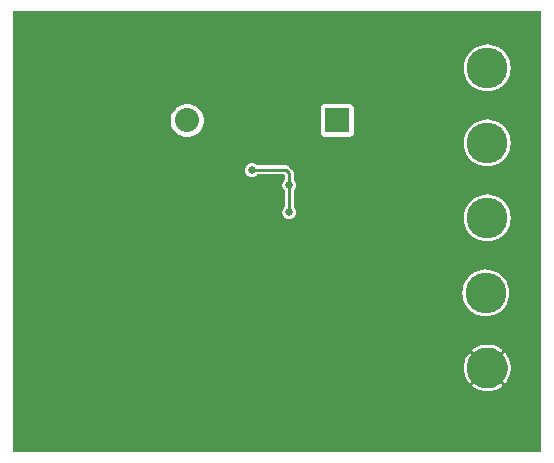
<source format=gbr>
G04 start of page 3 for group 1 idx 1 *
G04 Title: (unknown), bottom *
G04 Creator: pcb 4.0.2 *
G04 CreationDate: Mon Aug 16 01:28:39 2021 UTC *
G04 For: ndholmes *
G04 Format: Gerber/RS-274X *
G04 PCB-Dimensions (mil): 1800.00 1500.00 *
G04 PCB-Coordinate-Origin: lower left *
%MOIN*%
%FSLAX25Y25*%
%LNBOTTOM*%
%ADD27C,0.0480*%
%ADD26C,0.0960*%
%ADD25C,0.0120*%
%ADD24C,0.0260*%
%ADD23C,0.0800*%
%ADD22C,0.1360*%
%ADD21C,0.0100*%
%ADD20C,0.0001*%
G54D20*G36*
X2000Y2000D02*Y149000D01*
X61500D01*
Y117796D01*
X60863Y117949D01*
X60000Y118017D01*
X59137Y117949D01*
X58295Y117747D01*
X57495Y117416D01*
X56757Y116963D01*
X56099Y116401D01*
X55537Y115743D01*
X55084Y115005D01*
X54753Y114205D01*
X54551Y113363D01*
X54483Y112500D01*
X54551Y111637D01*
X54753Y110795D01*
X55084Y109995D01*
X55537Y109257D01*
X56099Y108599D01*
X56757Y108037D01*
X57495Y107584D01*
X58295Y107253D01*
X59137Y107051D01*
X60000Y106983D01*
X60863Y107051D01*
X61500Y107204D01*
Y2000D01*
X2000D01*
G37*
G36*
X87746Y149000D02*X99500D01*
Y36000D01*
X87746D01*
Y94543D01*
X92336D01*
X92500Y94379D01*
Y92744D01*
X92369Y92631D01*
X92134Y92356D01*
X91944Y92047D01*
X91806Y91713D01*
X91721Y91361D01*
X91693Y91000D01*
X91721Y90639D01*
X91806Y90287D01*
X91944Y89953D01*
X92134Y89644D01*
X92369Y89369D01*
X92500Y89256D01*
Y83744D01*
X92369Y83631D01*
X92134Y83356D01*
X91944Y83047D01*
X91806Y82713D01*
X91721Y82361D01*
X91693Y82000D01*
X91721Y81639D01*
X91806Y81287D01*
X91944Y80953D01*
X92134Y80644D01*
X92369Y80369D01*
X92644Y80134D01*
X92953Y79944D01*
X93287Y79806D01*
X93639Y79721D01*
X94000Y79693D01*
X94361Y79721D01*
X94713Y79806D01*
X95047Y79944D01*
X95356Y80134D01*
X95631Y80369D01*
X95866Y80644D01*
X96056Y80953D01*
X96194Y81287D01*
X96279Y81639D01*
X96300Y82000D01*
X96279Y82361D01*
X96194Y82713D01*
X96056Y83047D01*
X95866Y83356D01*
X95631Y83631D01*
X95500Y83744D01*
Y89256D01*
X95631Y89369D01*
X95866Y89644D01*
X96056Y89953D01*
X96194Y90287D01*
X96279Y90639D01*
X96300Y91000D01*
X96279Y91361D01*
X96194Y91713D01*
X96056Y92047D01*
X95866Y92356D01*
X95631Y92631D01*
X95500Y92744D01*
Y94941D01*
X95505Y95000D01*
X95486Y95235D01*
X95431Y95465D01*
X95341Y95683D01*
X95217Y95884D01*
X95064Y96064D01*
X95019Y96102D01*
X94059Y97062D01*
X94021Y97107D01*
X93841Y97260D01*
X93640Y97384D01*
X93422Y97474D01*
X93192Y97529D01*
X92957Y97548D01*
X92898Y97543D01*
X87746D01*
Y149000D01*
G37*
G36*
X58000Y36000D02*Y107375D01*
X58295Y107253D01*
X59137Y107051D01*
X60000Y106983D01*
X60863Y107051D01*
X61705Y107253D01*
X62505Y107584D01*
X63243Y108037D01*
X63901Y108599D01*
X64463Y109257D01*
X64916Y109995D01*
X65247Y110795D01*
X65449Y111637D01*
X65500Y112500D01*
X65449Y113363D01*
X65247Y114205D01*
X64916Y115005D01*
X64463Y115743D01*
X63901Y116401D01*
X63243Y116963D01*
X62505Y117416D01*
X61705Y117747D01*
X60863Y117949D01*
X60000Y118017D01*
X59137Y117949D01*
X58295Y117747D01*
X58000Y117625D01*
Y149000D01*
X87746D01*
Y97543D01*
X83207D01*
X83131Y97631D01*
X82856Y97866D01*
X82547Y98056D01*
X82213Y98194D01*
X81861Y98279D01*
X81500Y98307D01*
X81139Y98279D01*
X80787Y98194D01*
X80453Y98056D01*
X80144Y97866D01*
X79869Y97631D01*
X79634Y97356D01*
X79444Y97047D01*
X79306Y96713D01*
X79221Y96361D01*
X79193Y96000D01*
X79221Y95639D01*
X79306Y95287D01*
X79444Y94953D01*
X79634Y94644D01*
X79869Y94369D01*
X80144Y94134D01*
X80453Y93944D01*
X80787Y93806D01*
X81139Y93721D01*
X81500Y93693D01*
X81861Y93721D01*
X82213Y93806D01*
X82547Y93944D01*
X82856Y94134D01*
X83131Y94369D01*
X83280Y94543D01*
X87746D01*
Y36000D01*
X58000D01*
G37*
G36*
X145500Y30000D02*X110000D01*
Y107007D01*
X114235Y107014D01*
X114465Y107069D01*
X114683Y107159D01*
X114884Y107283D01*
X115064Y107436D01*
X115217Y107616D01*
X115341Y107817D01*
X115431Y108035D01*
X115486Y108265D01*
X115500Y108500D01*
X115486Y116735D01*
X115431Y116965D01*
X115341Y117183D01*
X115217Y117384D01*
X115064Y117564D01*
X114884Y117717D01*
X114683Y117841D01*
X114465Y117931D01*
X114235Y117986D01*
X114000Y118000D01*
X110000Y117993D01*
Y149000D01*
X145500D01*
Y30000D01*
G37*
G36*
X110000D02*X87746D01*
Y94543D01*
X92336D01*
X92500Y94379D01*
Y92744D01*
X92369Y92631D01*
X92134Y92356D01*
X91944Y92047D01*
X91806Y91713D01*
X91721Y91361D01*
X91693Y91000D01*
X91721Y90639D01*
X91806Y90287D01*
X91944Y89953D01*
X92134Y89644D01*
X92369Y89369D01*
X92500Y89256D01*
Y83744D01*
X92369Y83631D01*
X92134Y83356D01*
X91944Y83047D01*
X91806Y82713D01*
X91721Y82361D01*
X91693Y82000D01*
X91721Y81639D01*
X91806Y81287D01*
X91944Y80953D01*
X92134Y80644D01*
X92369Y80369D01*
X92644Y80134D01*
X92953Y79944D01*
X93287Y79806D01*
X93639Y79721D01*
X94000Y79693D01*
X94361Y79721D01*
X94713Y79806D01*
X95047Y79944D01*
X95356Y80134D01*
X95631Y80369D01*
X95866Y80644D01*
X96056Y80953D01*
X96194Y81287D01*
X96279Y81639D01*
X96300Y82000D01*
X96279Y82361D01*
X96194Y82713D01*
X96056Y83047D01*
X95866Y83356D01*
X95631Y83631D01*
X95500Y83744D01*
Y89256D01*
X95631Y89369D01*
X95866Y89644D01*
X96056Y89953D01*
X96194Y90287D01*
X96279Y90639D01*
X96300Y91000D01*
X96279Y91361D01*
X96194Y91713D01*
X96056Y92047D01*
X95866Y92356D01*
X95631Y92631D01*
X95500Y92744D01*
Y94941D01*
X95505Y95000D01*
X95486Y95235D01*
X95431Y95465D01*
X95341Y95683D01*
X95217Y95884D01*
X95064Y96064D01*
X95019Y96102D01*
X94059Y97062D01*
X94021Y97107D01*
X93841Y97260D01*
X93640Y97384D01*
X93422Y97474D01*
X93192Y97529D01*
X92957Y97548D01*
X92898Y97543D01*
X87746D01*
Y149000D01*
X110000D01*
Y117993D01*
X105765Y117986D01*
X105535Y117931D01*
X105317Y117841D01*
X105116Y117717D01*
X104936Y117564D01*
X104783Y117384D01*
X104659Y117183D01*
X104569Y116965D01*
X104514Y116735D01*
X104500Y116500D01*
X104514Y108265D01*
X104569Y108035D01*
X104659Y107817D01*
X104783Y107616D01*
X104936Y107436D01*
X105116Y107283D01*
X105317Y107159D01*
X105535Y107069D01*
X105765Y107014D01*
X106000Y107000D01*
X110000Y107007D01*
Y30000D01*
G37*
G36*
X87746D02*X77500D01*
Y149000D01*
X87746D01*
Y97543D01*
X83207D01*
X83131Y97631D01*
X82856Y97866D01*
X82547Y98056D01*
X82213Y98194D01*
X81861Y98279D01*
X81500Y98307D01*
X81139Y98279D01*
X80787Y98194D01*
X80453Y98056D01*
X80144Y97866D01*
X79869Y97631D01*
X79634Y97356D01*
X79444Y97047D01*
X79306Y96713D01*
X79221Y96361D01*
X79193Y96000D01*
X79221Y95639D01*
X79306Y95287D01*
X79444Y94953D01*
X79634Y94644D01*
X79869Y94369D01*
X80144Y94134D01*
X80453Y93944D01*
X80787Y93806D01*
X81139Y93721D01*
X81500Y93693D01*
X81861Y93721D01*
X82213Y93806D01*
X82547Y93944D01*
X82856Y94134D01*
X83131Y94369D01*
X83280Y94543D01*
X87746D01*
Y30000D01*
G37*
G36*
X43500Y2000D02*Y42000D01*
X145500D01*
Y2000D01*
X43500D01*
G37*
G36*
X166559Y31781D02*X166684Y31253D01*
X166771Y30629D01*
X166800Y30000D01*
X166771Y29371D01*
X166684Y28747D01*
X166559Y28219D01*
Y31781D01*
G37*
G36*
Y149000D02*X178000D01*
Y2000D01*
X166559D01*
Y25775D01*
X166633Y25880D01*
X166986Y26511D01*
X167278Y27173D01*
X167509Y27858D01*
X167675Y28562D01*
X167775Y29278D01*
X167808Y30000D01*
X167775Y30722D01*
X167675Y31438D01*
X167509Y32142D01*
X167278Y32827D01*
X166986Y33489D01*
X166633Y34120D01*
X166559Y34228D01*
Y51660D01*
X166941Y52582D01*
X167228Y53776D01*
X167300Y55000D01*
X167228Y56224D01*
X166941Y57418D01*
X166559Y58340D01*
Y75775D01*
X166971Y76448D01*
X167441Y77582D01*
X167728Y78776D01*
X167800Y80000D01*
X167728Y81224D01*
X167441Y82418D01*
X166971Y83552D01*
X166559Y84225D01*
Y100775D01*
X166971Y101448D01*
X167441Y102582D01*
X167728Y103776D01*
X167800Y105000D01*
X167728Y106224D01*
X167441Y107418D01*
X166971Y108552D01*
X166559Y109225D01*
Y125775D01*
X166971Y126448D01*
X167441Y127582D01*
X167728Y128776D01*
X167800Y130000D01*
X167728Y131224D01*
X167441Y132418D01*
X166971Y133552D01*
X166559Y134225D01*
Y149000D01*
G37*
G36*
Y109225D02*X166330Y109599D01*
X165532Y110532D01*
X164599Y111330D01*
X163552Y111971D01*
X162418Y112441D01*
X161224Y112728D01*
X160000Y112824D01*
X159988Y112823D01*
Y122177D01*
X160000Y122176D01*
X161224Y122272D01*
X162418Y122559D01*
X163552Y123029D01*
X164599Y123670D01*
X165532Y124468D01*
X166330Y125401D01*
X166559Y125775D01*
Y109225D01*
G37*
G36*
Y84225D02*X166330Y84599D01*
X165532Y85532D01*
X164599Y86330D01*
X163552Y86971D01*
X162418Y87441D01*
X161224Y87728D01*
X160000Y87824D01*
X159988Y87823D01*
Y97177D01*
X160000Y97176D01*
X161224Y97272D01*
X162418Y97559D01*
X163552Y98029D01*
X164599Y98670D01*
X165532Y99468D01*
X166330Y100401D01*
X166559Y100775D01*
Y84225D01*
G37*
G36*
Y58340D02*X166471Y58552D01*
X165830Y59599D01*
X165032Y60532D01*
X164099Y61330D01*
X163052Y61971D01*
X161918Y62441D01*
X160724Y62728D01*
X159988Y62786D01*
Y72177D01*
X160000Y72176D01*
X161224Y72272D01*
X162418Y72559D01*
X163552Y73029D01*
X164599Y73670D01*
X165532Y74468D01*
X166330Y75401D01*
X166559Y75775D01*
Y58340D01*
G37*
G36*
Y2000D02*X159988D01*
Y22192D01*
X160000Y22192D01*
X160722Y22225D01*
X161438Y22325D01*
X162142Y22491D01*
X162827Y22722D01*
X163489Y23014D01*
X164120Y23367D01*
X164716Y23776D01*
X164776Y23829D01*
X164826Y23891D01*
X164867Y23960D01*
X164896Y24034D01*
X164913Y24112D01*
X164917Y24192D01*
X164910Y24271D01*
X164889Y24349D01*
X164857Y24422D01*
X164814Y24489D01*
X164761Y24549D01*
X164699Y24599D01*
X164630Y24640D01*
X164556Y24669D01*
X164478Y24686D01*
X164398Y24690D01*
X164319Y24682D01*
X164242Y24662D01*
X164169Y24630D01*
X164102Y24586D01*
X163588Y24223D01*
X163038Y23916D01*
X162462Y23661D01*
X161865Y23461D01*
X161253Y23316D01*
X160629Y23229D01*
X160000Y23200D01*
X159988Y23201D01*
Y36799D01*
X160000Y36800D01*
X160629Y36771D01*
X161253Y36684D01*
X161865Y36539D01*
X162462Y36339D01*
X163038Y36084D01*
X163588Y35777D01*
X164107Y35420D01*
X164172Y35376D01*
X164244Y35345D01*
X164320Y35325D01*
X164399Y35317D01*
X164477Y35322D01*
X164554Y35338D01*
X164627Y35367D01*
X164695Y35407D01*
X164756Y35457D01*
X164808Y35516D01*
X164851Y35582D01*
X164882Y35654D01*
X164902Y35730D01*
X164910Y35808D01*
X164905Y35887D01*
X164889Y35964D01*
X164860Y36037D01*
X164820Y36105D01*
X164770Y36166D01*
X164711Y36217D01*
X164120Y36633D01*
X163489Y36986D01*
X162827Y37278D01*
X162142Y37509D01*
X161438Y37675D01*
X160722Y37775D01*
X160000Y37808D01*
X159988Y37808D01*
Y47214D01*
X160724Y47272D01*
X161918Y47559D01*
X163052Y48029D01*
X164099Y48670D01*
X165032Y49468D01*
X165830Y50401D01*
X166471Y51448D01*
X166559Y51660D01*
Y34228D01*
X166224Y34716D01*
X166171Y34776D01*
X166109Y34826D01*
X166040Y34867D01*
X165966Y34896D01*
X165888Y34913D01*
X165808Y34917D01*
X165729Y34910D01*
X165651Y34889D01*
X165578Y34857D01*
X165511Y34814D01*
X165451Y34761D01*
X165401Y34699D01*
X165360Y34630D01*
X165331Y34556D01*
X165314Y34478D01*
X165310Y34398D01*
X165318Y34319D01*
X165338Y34242D01*
X165370Y34169D01*
X165414Y34102D01*
X165777Y33588D01*
X166084Y33038D01*
X166339Y32462D01*
X166539Y31865D01*
X166559Y31781D01*
Y28219D01*
X166539Y28135D01*
X166339Y27538D01*
X166084Y26962D01*
X165777Y26412D01*
X165420Y25893D01*
X165376Y25828D01*
X165345Y25756D01*
X165325Y25680D01*
X165317Y25601D01*
X165322Y25523D01*
X165338Y25446D01*
X165367Y25373D01*
X165407Y25305D01*
X165457Y25244D01*
X165516Y25192D01*
X165582Y25149D01*
X165654Y25118D01*
X165730Y25098D01*
X165808Y25090D01*
X165887Y25095D01*
X165964Y25111D01*
X166037Y25140D01*
X166105Y25180D01*
X166166Y25230D01*
X166217Y25289D01*
X166559Y25775D01*
Y2000D01*
G37*
G36*
X159988Y149000D02*X166559D01*
Y134225D01*
X166330Y134599D01*
X165532Y135532D01*
X164599Y136330D01*
X163552Y136971D01*
X162418Y137441D01*
X161224Y137728D01*
X160000Y137824D01*
X159988Y137823D01*
Y149000D01*
G37*
G36*
X153441Y50084D02*X153968Y49468D01*
X154901Y48670D01*
X155948Y48029D01*
X157082Y47559D01*
X158276Y47272D01*
X159500Y47176D01*
X159988Y47214D01*
Y37808D01*
X159278Y37775D01*
X158562Y37675D01*
X157858Y37509D01*
X157173Y37278D01*
X156511Y36986D01*
X155880Y36633D01*
X155284Y36224D01*
X155224Y36171D01*
X155174Y36109D01*
X155133Y36040D01*
X155104Y35966D01*
X155087Y35888D01*
X155083Y35808D01*
X155090Y35729D01*
X155111Y35651D01*
X155143Y35578D01*
X155186Y35511D01*
X155239Y35451D01*
X155301Y35401D01*
X155370Y35360D01*
X155444Y35331D01*
X155522Y35314D01*
X155602Y35310D01*
X155681Y35318D01*
X155758Y35338D01*
X155831Y35370D01*
X155898Y35414D01*
X156412Y35777D01*
X156962Y36084D01*
X157538Y36339D01*
X158135Y36539D01*
X158747Y36684D01*
X159371Y36771D01*
X159988Y36799D01*
Y23201D01*
X159371Y23229D01*
X158747Y23316D01*
X158135Y23461D01*
X157538Y23661D01*
X156962Y23916D01*
X156412Y24223D01*
X155893Y24580D01*
X155828Y24624D01*
X155756Y24655D01*
X155680Y24675D01*
X155601Y24683D01*
X155523Y24678D01*
X155446Y24662D01*
X155373Y24633D01*
X155305Y24593D01*
X155244Y24543D01*
X155192Y24484D01*
X155149Y24418D01*
X155118Y24346D01*
X155098Y24270D01*
X155090Y24192D01*
X155095Y24113D01*
X155111Y24036D01*
X155140Y23963D01*
X155180Y23895D01*
X155230Y23834D01*
X155289Y23783D01*
X155880Y23367D01*
X156511Y23014D01*
X157173Y22722D01*
X157858Y22491D01*
X158562Y22325D01*
X159278Y22225D01*
X159988Y22192D01*
Y2000D01*
X153441D01*
Y25772D01*
X153776Y25284D01*
X153829Y25224D01*
X153891Y25174D01*
X153960Y25133D01*
X154034Y25104D01*
X154112Y25087D01*
X154192Y25083D01*
X154271Y25090D01*
X154349Y25111D01*
X154422Y25143D01*
X154489Y25186D01*
X154549Y25239D01*
X154599Y25301D01*
X154640Y25370D01*
X154669Y25444D01*
X154686Y25522D01*
X154690Y25602D01*
X154682Y25681D01*
X154662Y25758D01*
X154630Y25831D01*
X154586Y25898D01*
X154223Y26412D01*
X153916Y26962D01*
X153661Y27538D01*
X153461Y28135D01*
X153441Y28219D01*
Y31781D01*
X153461Y31865D01*
X153661Y32462D01*
X153916Y33038D01*
X154223Y33588D01*
X154580Y34107D01*
X154624Y34172D01*
X154655Y34244D01*
X154675Y34320D01*
X154683Y34399D01*
X154678Y34477D01*
X154662Y34554D01*
X154633Y34627D01*
X154593Y34695D01*
X154543Y34756D01*
X154484Y34808D01*
X154418Y34851D01*
X154346Y34882D01*
X154270Y34902D01*
X154192Y34910D01*
X154113Y34905D01*
X154036Y34889D01*
X153963Y34860D01*
X153895Y34820D01*
X153834Y34770D01*
X153783Y34711D01*
X153441Y34225D01*
Y50084D01*
G37*
G36*
Y75775D02*X153670Y75401D01*
X154468Y74468D01*
X155401Y73670D01*
X156448Y73029D01*
X157582Y72559D01*
X158776Y72272D01*
X159988Y72177D01*
Y62786D01*
X159500Y62824D01*
X158276Y62728D01*
X157082Y62441D01*
X155948Y61971D01*
X154901Y61330D01*
X153968Y60532D01*
X153441Y59916D01*
Y75775D01*
G37*
G36*
Y100775D02*X153670Y100401D01*
X154468Y99468D01*
X155401Y98670D01*
X156448Y98029D01*
X157582Y97559D01*
X158776Y97272D01*
X159988Y97177D01*
Y87823D01*
X158776Y87728D01*
X157582Y87441D01*
X156448Y86971D01*
X155401Y86330D01*
X154468Y85532D01*
X153670Y84599D01*
X153441Y84225D01*
Y100775D01*
G37*
G36*
Y125775D02*X153670Y125401D01*
X154468Y124468D01*
X155401Y123670D01*
X156448Y123029D01*
X157582Y122559D01*
X158776Y122272D01*
X159988Y122177D01*
Y112823D01*
X158776Y112728D01*
X157582Y112441D01*
X156448Y111971D01*
X155401Y111330D01*
X154468Y110532D01*
X153670Y109599D01*
X153441Y109225D01*
Y125775D01*
G37*
G36*
Y149000D02*X159988D01*
Y137823D01*
X158776Y137728D01*
X157582Y137441D01*
X156448Y136971D01*
X155401Y136330D01*
X154468Y135532D01*
X153670Y134599D01*
X153441Y134225D01*
Y149000D01*
G37*
G36*
Y28219D02*X153316Y28747D01*
X153229Y29371D01*
X153200Y30000D01*
X153229Y30629D01*
X153316Y31253D01*
X153441Y31781D01*
Y28219D01*
G37*
G36*
X143500Y2000D02*Y149000D01*
X153441D01*
Y134225D01*
X153029Y133552D01*
X152559Y132418D01*
X152272Y131224D01*
X152176Y130000D01*
X152272Y128776D01*
X152559Y127582D01*
X153029Y126448D01*
X153441Y125775D01*
Y109225D01*
X153029Y108552D01*
X152559Y107418D01*
X152272Y106224D01*
X152176Y105000D01*
X152272Y103776D01*
X152559Y102582D01*
X153029Y101448D01*
X153441Y100775D01*
Y84225D01*
X153029Y83552D01*
X152559Y82418D01*
X152272Y81224D01*
X152176Y80000D01*
X152272Y78776D01*
X152559Y77582D01*
X153029Y76448D01*
X153441Y75775D01*
Y59916D01*
X153170Y59599D01*
X152529Y58552D01*
X152059Y57418D01*
X151772Y56224D01*
X151676Y55000D01*
X151772Y53776D01*
X152059Y52582D01*
X152529Y51448D01*
X153170Y50401D01*
X153441Y50084D01*
Y34225D01*
X153367Y34120D01*
X153014Y33489D01*
X152722Y32827D01*
X152491Y32142D01*
X152325Y31438D01*
X152225Y30722D01*
X152192Y30000D01*
X152225Y29278D01*
X152325Y28562D01*
X152491Y27858D01*
X152722Y27173D01*
X153014Y26511D01*
X153367Y25880D01*
X153441Y25772D01*
Y2000D01*
X143500D01*
G37*
G54D21*X81457Y96043D02*X92957D01*
X94000Y95000D01*
Y82000D01*
G54D22*X160000Y80000D03*
Y30000D03*
X159500Y55000D03*
X160000Y105000D03*
Y130000D03*
G54D20*G36*
X106000Y116500D02*Y108500D01*
X114000D01*
Y116500D01*
X106000D01*
G37*
G54D23*X60000Y112500D03*
G54D24*X77000Y71000D03*
X82000Y36500D03*
X75500Y32500D03*
X81500Y96000D03*
X94000Y82000D03*
Y91000D03*
X84500Y71000D03*
X75500Y29000D03*
G54D25*G54D26*G54D27*M02*

</source>
